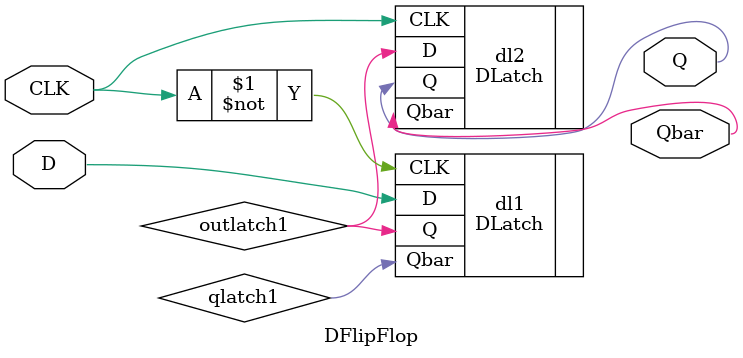
<source format=v>
`timescale 1ns / 1ps
module DFlipFlop(
    input D,
    input CLK,
    output Q,
    output Qbar
    );
	 wire outlatch1, qlatch1;
	 DLatch dl1(.D(D), .CLK(~CLK), .Q(outlatch1), .Qbar(qlatch1) );
	 DLatch dl2(.D(outlatch1), .CLK(CLK), .Q(Q), .Qbar(Qbar) );

endmodule

</source>
